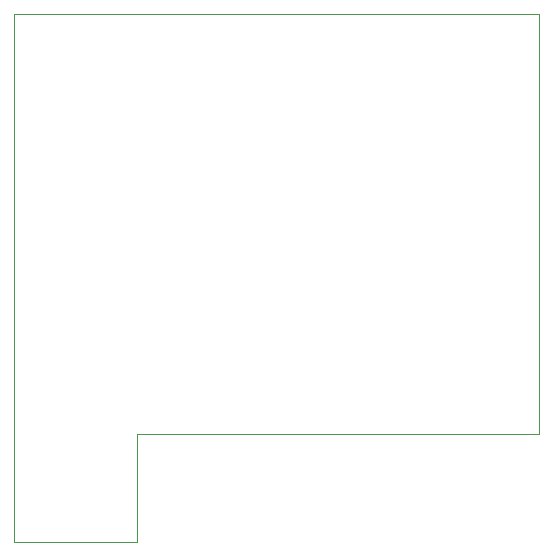
<source format=gbr>
G04 #@! TF.GenerationSoftware,KiCad,Pcbnew,(5.1.5-0-10_14)*
G04 #@! TF.CreationDate,2021-03-15T05:57:46+10:00*
G04 #@! TF.ProjectId,OH - Left Console - 6 - Flight Control Systems Panel ,4f48202d-204c-4656-9674-20436f6e736f,rev?*
G04 #@! TF.SameCoordinates,Original*
G04 #@! TF.FileFunction,Profile,NP*
%FSLAX46Y46*%
G04 Gerber Fmt 4.6, Leading zero omitted, Abs format (unit mm)*
G04 Created by KiCad (PCBNEW (5.1.5-0-10_14)) date 2021-03-15 05:57:46*
%MOMM*%
%LPD*%
G04 APERTURE LIST*
%ADD10C,0.120000*%
G04 APERTURE END LIST*
D10*
X113030000Y-107442000D02*
X68580000Y-107442000D01*
X113030000Y-143002000D02*
X113030000Y-107442000D01*
X78994000Y-143002000D02*
X113030000Y-143002000D01*
X78994000Y-152146000D02*
X78994000Y-143002000D01*
X68580000Y-152146000D02*
X78994000Y-152146000D01*
X68580000Y-107442000D02*
X68580000Y-152146000D01*
M02*

</source>
